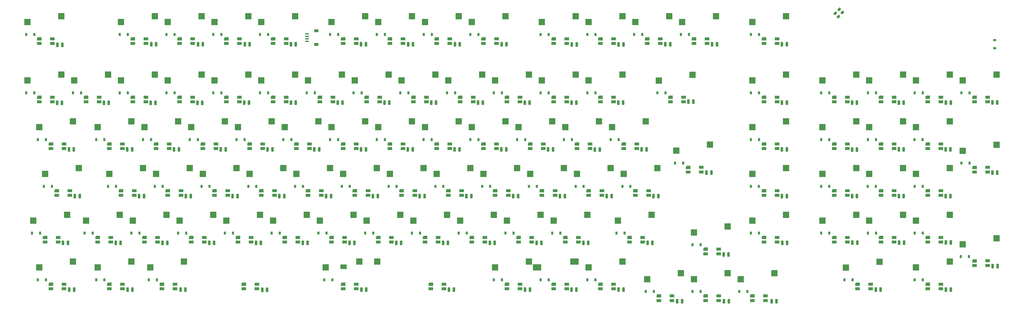
<source format=gbr>
%TF.GenerationSoftware,KiCad,Pcbnew,(6.0.4)*%
%TF.CreationDate,2022-11-05T13:57:26+01:00*%
%TF.ProjectId,pcb-rounded,7063622d-726f-4756-9e64-65642e6b6963,rev?*%
%TF.SameCoordinates,Original*%
%TF.FileFunction,Paste,Bot*%
%TF.FilePolarity,Positive*%
%FSLAX46Y46*%
G04 Gerber Fmt 4.6, Leading zero omitted, Abs format (unit mm)*
G04 Created by KiCad (PCBNEW (6.0.4)) date 2022-11-05 13:57:26*
%MOMM*%
%LPD*%
G01*
G04 APERTURE LIST*
G04 Aperture macros list*
%AMRoundRect*
0 Rectangle with rounded corners*
0 $1 Rounding radius*
0 $2 $3 $4 $5 $6 $7 $8 $9 X,Y pos of 4 corners*
0 Add a 4 corners polygon primitive as box body*
4,1,4,$2,$3,$4,$5,$6,$7,$8,$9,$2,$3,0*
0 Add four circle primitives for the rounded corners*
1,1,$1+$1,$2,$3*
1,1,$1+$1,$4,$5*
1,1,$1+$1,$6,$7*
1,1,$1+$1,$8,$9*
0 Add four rect primitives between the rounded corners*
20,1,$1+$1,$2,$3,$4,$5,0*
20,1,$1+$1,$4,$5,$6,$7,0*
20,1,$1+$1,$6,$7,$8,$9,0*
20,1,$1+$1,$8,$9,$2,$3,0*%
%AMOutline5P*
0 Free polygon, 5 corners , with rotation*
0 The origin of the aperture is its center*
0 number of corners: always 5*
0 $1 to $10 corner X, Y*
0 $11 Rotation angle, in degrees counterclockwise*
0 create outline with 5 corners*
4,1,5,$1,$2,$3,$4,$5,$6,$7,$8,$9,$10,$1,$2,$11*%
%AMOutline6P*
0 Free polygon, 6 corners , with rotation*
0 The origin of the aperture is its center*
0 number of corners: always 6*
0 $1 to $12 corner X, Y*
0 $13 Rotation angle, in degrees counterclockwise*
0 create outline with 6 corners*
4,1,6,$1,$2,$3,$4,$5,$6,$7,$8,$9,$10,$11,$12,$1,$2,$13*%
%AMOutline7P*
0 Free polygon, 7 corners , with rotation*
0 The origin of the aperture is its center*
0 number of corners: always 7*
0 $1 to $14 corner X, Y*
0 $15 Rotation angle, in degrees counterclockwise*
0 create outline with 7 corners*
4,1,7,$1,$2,$3,$4,$5,$6,$7,$8,$9,$10,$11,$12,$13,$14,$1,$2,$15*%
%AMOutline8P*
0 Free polygon, 8 corners , with rotation*
0 The origin of the aperture is its center*
0 number of corners: always 8*
0 $1 to $16 corner X, Y*
0 $17 Rotation angle, in degrees counterclockwise*
0 create outline with 8 corners*
4,1,8,$1,$2,$3,$4,$5,$6,$7,$8,$9,$10,$11,$12,$13,$14,$15,$16,$1,$2,$17*%
G04 Aperture macros list end*
%ADD10R,1.850000X1.280000*%
%ADD11R,1.850000X1.310000*%
%ADD12Outline5P,-0.925000X0.660000X0.925000X0.660000X0.925000X-0.264000X0.529000X-0.660000X-0.925000X-0.660000X180.000000*%
%ADD13R,1.850000X1.300000*%
%ADD14R,2.550000X2.500000*%
%ADD15R,2.570500X1.878000*%
%ADD16R,3.500998X2.500000*%
%ADD17R,3.349250X2.500000*%
%ADD18R,0.900000X1.200000*%
%ADD19RoundRect,0.250000X-0.250000X-0.700000X0.250000X-0.700000X0.250000X0.700000X-0.250000X0.700000X0*%
%ADD20RoundRect,0.250000X0.503814X0.132583X0.132583X0.503814X-0.503814X-0.132583X-0.132583X-0.503814X0*%
%ADD21R,1.800000X1.200000*%
%ADD22R,1.550000X0.600000*%
%ADD23R,1.200000X0.900000*%
G04 APERTURE END LIST*
D10*
%TO.C,D150*%
X465431250Y-223547500D03*
D11*
X465431250Y-221642500D03*
D12*
X460081250Y-221647500D03*
D13*
X460081250Y-223537500D03*
%TD*%
D10*
%TO.C,D190*%
X132056250Y-280697500D03*
D11*
X132056250Y-278792500D03*
D12*
X126706250Y-278797500D03*
D13*
X126706250Y-280687500D03*
%TD*%
D10*
%TO.C,D180*%
X298743750Y-261647500D03*
D11*
X298743750Y-259742500D03*
D12*
X293393750Y-259747500D03*
D13*
X293393750Y-261637500D03*
%TD*%
D10*
%TO.C,D115*%
X103481250Y-204497500D03*
D11*
X103481250Y-202592500D03*
D12*
X98131250Y-202597500D03*
D13*
X98131250Y-204487500D03*
%TD*%
D10*
%TO.C,D119*%
X179681250Y-204497500D03*
D11*
X179681250Y-202592500D03*
D12*
X174331250Y-202597500D03*
D13*
X174331250Y-204487500D03*
%TD*%
D14*
%TO.C,MX13*%
X373796250Y-169545000D03*
X360066250Y-171965000D03*
%TD*%
D10*
%TO.C,D135*%
X132056250Y-223547500D03*
D11*
X132056250Y-221642500D03*
D12*
X126706250Y-221647500D03*
D13*
X126706250Y-223537500D03*
%TD*%
D10*
%TO.C,D162*%
X327318750Y-242597500D03*
D11*
X327318750Y-240692500D03*
D12*
X321968750Y-240697500D03*
D13*
X321968750Y-242587500D03*
%TD*%
D14*
%TO.C,MX11*%
X335696250Y-169545000D03*
X321966250Y-171965000D03*
%TD*%
%TO.C,MX43*%
X288071250Y-212407500D03*
X274341250Y-214827500D03*
%TD*%
D10*
%TO.C,D136*%
X151106250Y-223547500D03*
D11*
X151106250Y-221642500D03*
D12*
X145756250Y-221647500D03*
D13*
X145756250Y-223537500D03*
%TD*%
D10*
%TO.C,D144*%
X303506250Y-223547500D03*
D11*
X303506250Y-221642500D03*
D12*
X298156250Y-221647500D03*
D13*
X298156250Y-223537500D03*
%TD*%
D10*
%TO.C,D158*%
X251118750Y-242597500D03*
D11*
X251118750Y-240692500D03*
D12*
X245768750Y-240697500D03*
D13*
X245768750Y-242587500D03*
%TD*%
D14*
%TO.C,MX31*%
X449996250Y-193357500D03*
X436266250Y-195777500D03*
%TD*%
D10*
%TO.C,D197*%
X374943750Y-285460000D03*
D11*
X374943750Y-283555000D03*
D12*
X369593750Y-283560000D03*
D13*
X369593750Y-285450000D03*
%TD*%
D14*
%TO.C,MX20*%
X202346250Y-193357500D03*
X188616250Y-195777500D03*
%TD*%
%TO.C,MX54*%
X178533750Y-231457500D03*
X164803750Y-233877500D03*
%TD*%
D10*
%TO.C,D134*%
X108243750Y-223547500D03*
D11*
X108243750Y-221642500D03*
D12*
X102893750Y-221647500D03*
D13*
X102893750Y-223537500D03*
%TD*%
D14*
%TO.C,MX12*%
X354746250Y-169545000D03*
X341016250Y-171965000D03*
%TD*%
%TO.C,MX51*%
X114240000Y-231457500D03*
X100510000Y-233877500D03*
%TD*%
D10*
%TO.C,D138*%
X189206250Y-223547500D03*
D11*
X189206250Y-221642500D03*
D12*
X183856250Y-221647500D03*
D13*
X183856250Y-223537500D03*
%TD*%
D10*
%TO.C,D166*%
X427331250Y-242597500D03*
D11*
X427331250Y-240692500D03*
D12*
X421981250Y-240697500D03*
D13*
X421981250Y-242587500D03*
%TD*%
D14*
%TO.C,MX77*%
X245208750Y-250507500D03*
X231478750Y-252927500D03*
%TD*%
D10*
%TO.C,D185*%
X427331250Y-261647500D03*
D11*
X427331250Y-259742500D03*
D12*
X421981250Y-259747500D03*
D13*
X421981250Y-261637500D03*
%TD*%
D10*
%TO.C,D107*%
X246356250Y-180685000D03*
D11*
X246356250Y-178780000D03*
D12*
X241006250Y-178785000D03*
D13*
X241006250Y-180675000D03*
%TD*%
D10*
%TO.C,D175*%
X203493750Y-261647500D03*
D11*
X203493750Y-259742500D03*
D12*
X198143750Y-259747500D03*
D13*
X198143750Y-261637500D03*
%TD*%
D10*
%TO.C,D170*%
X105862500Y-261647500D03*
D11*
X105862500Y-259742500D03*
D12*
X100512500Y-259747500D03*
D13*
X100512500Y-261637500D03*
%TD*%
D10*
%TO.C,D202*%
X186825000Y-280697500D03*
D11*
X186825000Y-278792500D03*
D12*
X181475000Y-278797500D03*
D13*
X181475000Y-280687500D03*
%TD*%
D10*
%TO.C,D146*%
X341606250Y-223547500D03*
D11*
X341606250Y-221642500D03*
D12*
X336256250Y-221647500D03*
D13*
X336256250Y-223537500D03*
%TD*%
D14*
%TO.C,MX79*%
X283308750Y-250507500D03*
X269578750Y-252927500D03*
%TD*%
D10*
%TO.C,D140*%
X227306250Y-223547500D03*
D11*
X227306250Y-221642500D03*
D12*
X221956250Y-221647500D03*
D13*
X221956250Y-223537500D03*
%TD*%
D14*
%TO.C,MX49*%
X449996250Y-212407500D03*
X436266250Y-214827500D03*
%TD*%
%TO.C,MX45*%
X326171250Y-212407500D03*
X312441250Y-214827500D03*
%TD*%
D10*
%TO.C,D188*%
X484481250Y-271172500D03*
D11*
X484481250Y-269267500D03*
D12*
X479131250Y-269272500D03*
D13*
X479131250Y-271162500D03*
%TD*%
D10*
%TO.C,D137*%
X170156250Y-223547500D03*
D11*
X170156250Y-221642500D03*
D12*
X164806250Y-221647500D03*
D13*
X164806250Y-223537500D03*
%TD*%
D14*
%TO.C,MX42*%
X269021250Y-212407500D03*
X255291250Y-214827500D03*
%TD*%
D10*
%TO.C,D193*%
X293981250Y-280697500D03*
D11*
X293981250Y-278792500D03*
D12*
X288631250Y-278797500D03*
D13*
X288631250Y-280687500D03*
%TD*%
D14*
%TO.C,MX10*%
X316646250Y-169545000D03*
X302916250Y-171965000D03*
%TD*%
%TO.C,MX92*%
X235827500Y-269557500D03*
X228540000Y-269557500D03*
D15*
X222107750Y-271666500D03*
D14*
X214810000Y-271977500D03*
%TD*%
D10*
%TO.C,D163*%
X346368750Y-242597500D03*
D11*
X346368750Y-240692500D03*
D12*
X341018750Y-240697500D03*
D13*
X341018750Y-242587500D03*
%TD*%
D10*
%TO.C,D139*%
X208256250Y-223547500D03*
D11*
X208256250Y-221642500D03*
D12*
X202906250Y-221647500D03*
D13*
X202906250Y-223537500D03*
%TD*%
D14*
%TO.C,MX9*%
X288071250Y-169545000D03*
X274341250Y-171965000D03*
%TD*%
%TO.C,MX18*%
X164246250Y-193357500D03*
X150516250Y-195777500D03*
%TD*%
D10*
%TO.C,D141*%
X246356250Y-223547500D03*
D11*
X246356250Y-221642500D03*
D12*
X241006250Y-221647500D03*
D13*
X241006250Y-223537500D03*
%TD*%
D10*
%TO.C,D148*%
X427331250Y-223547500D03*
D11*
X427331250Y-221642500D03*
D12*
X421981250Y-221647500D03*
D13*
X421981250Y-223537500D03*
%TD*%
D14*
%TO.C,MX15*%
X107096250Y-193357500D03*
X93366250Y-195777500D03*
%TD*%
%TO.C,MX5*%
X202346250Y-169545000D03*
X188616250Y-171965000D03*
%TD*%
%TO.C,MX21*%
X221396250Y-193357500D03*
X207666250Y-195777500D03*
%TD*%
D10*
%TO.C,D113*%
X370181250Y-180685000D03*
D11*
X370181250Y-178780000D03*
D12*
X364831250Y-178785000D03*
D13*
X364831250Y-180675000D03*
%TD*%
D10*
%TO.C,D109*%
X284456250Y-180685000D03*
D11*
X284456250Y-178780000D03*
D12*
X279106250Y-178785000D03*
D13*
X279106250Y-180675000D03*
%TD*%
D14*
%TO.C,MX84*%
X402371250Y-250507500D03*
X388641250Y-252927500D03*
%TD*%
%TO.C,MX44*%
X307121250Y-212407500D03*
X293391250Y-214827500D03*
%TD*%
D10*
%TO.C,D127*%
X332081250Y-204497500D03*
D11*
X332081250Y-202592500D03*
D12*
X326731250Y-202597500D03*
D13*
X326731250Y-204487500D03*
%TD*%
D10*
%TO.C,D167*%
X446381250Y-242597500D03*
D11*
X446381250Y-240692500D03*
D12*
X441031250Y-240697500D03*
D13*
X441031250Y-242587500D03*
%TD*%
D14*
%TO.C,MX47*%
X402371250Y-212407500D03*
X388641250Y-214827500D03*
%TD*%
%TO.C,MX32*%
X469046250Y-193357500D03*
X455316250Y-195777500D03*
%TD*%
%TO.C,MX91*%
X157102500Y-269557500D03*
X143372500Y-271977500D03*
%TD*%
%TO.C,MX36*%
X154721250Y-212407500D03*
X140991250Y-214827500D03*
%TD*%
D10*
%TO.C,D183*%
X374943750Y-266410000D03*
D11*
X374943750Y-264505000D03*
D12*
X369593750Y-264510000D03*
D13*
X369593750Y-266400000D03*
%TD*%
D10*
%TO.C,D130*%
X427331250Y-204497500D03*
D11*
X427331250Y-202592500D03*
D12*
X421981250Y-202597500D03*
D13*
X421981250Y-204487500D03*
%TD*%
D14*
%TO.C,MX71*%
X130908750Y-250507500D03*
X117178750Y-252927500D03*
%TD*%
D10*
%TO.C,D116*%
X122531250Y-204497500D03*
D11*
X122531250Y-202592500D03*
D12*
X117181250Y-202597500D03*
D13*
X117181250Y-204487500D03*
%TD*%
D10*
%TO.C,D168*%
X465431250Y-242597500D03*
D11*
X465431250Y-240692500D03*
D12*
X460081250Y-240697500D03*
D13*
X460081250Y-242587500D03*
%TD*%
D10*
%TO.C,D176*%
X222543750Y-261647500D03*
D11*
X222543750Y-259742500D03*
D12*
X217193750Y-259747500D03*
D13*
X217193750Y-261637500D03*
%TD*%
D10*
%TO.C,D110*%
X313031250Y-180685000D03*
D11*
X313031250Y-178780000D03*
D12*
X307681250Y-178785000D03*
D13*
X307681250Y-180675000D03*
%TD*%
D14*
%TO.C,MX80*%
X302358750Y-250507500D03*
X288628750Y-252927500D03*
%TD*%
D10*
%TO.C,D128*%
X360656250Y-204497500D03*
D11*
X360656250Y-202592500D03*
D12*
X355306250Y-202597500D03*
D13*
X355306250Y-204487500D03*
%TD*%
D10*
%TO.C,D118*%
X160631250Y-204497500D03*
D11*
X160631250Y-202592500D03*
D12*
X155281250Y-202597500D03*
D13*
X155281250Y-204487500D03*
%TD*%
D14*
%TO.C,MX89*%
X111858750Y-269557500D03*
X98128750Y-271977500D03*
%TD*%
%TO.C,MX66*%
X430946250Y-231457500D03*
X417216250Y-233877500D03*
%TD*%
D10*
%TO.C,D186*%
X446381250Y-261647500D03*
D11*
X446381250Y-259742500D03*
D12*
X441031250Y-259747500D03*
D13*
X441031250Y-261637500D03*
%TD*%
D14*
%TO.C,MX3*%
X164246250Y-169545000D03*
X150516250Y-171965000D03*
%TD*%
D10*
%TO.C,D171*%
X127293750Y-261647500D03*
D11*
X127293750Y-259742500D03*
D12*
X121943750Y-259747500D03*
D13*
X121943750Y-261637500D03*
%TD*%
D14*
%TO.C,MX61*%
X311883750Y-231457500D03*
X298153750Y-233877500D03*
%TD*%
%TO.C,MX100*%
X469046250Y-269557500D03*
X455316250Y-271977500D03*
%TD*%
D10*
%TO.C,D105*%
X198731250Y-180685000D03*
D11*
X198731250Y-178780000D03*
D12*
X193381250Y-178785000D03*
D13*
X193381250Y-180675000D03*
%TD*%
D14*
%TO.C,MX86*%
X449996250Y-250507500D03*
X436266250Y-252927500D03*
%TD*%
%TO.C,MX39*%
X211871250Y-212407500D03*
X198141250Y-214827500D03*
%TD*%
D10*
%TO.C,D192*%
X227306250Y-280697500D03*
D11*
X227306250Y-278792500D03*
D12*
X221956250Y-278797500D03*
D13*
X221956250Y-280687500D03*
%TD*%
D14*
%TO.C,MX87*%
X469046250Y-250507500D03*
X455316250Y-252927500D03*
%TD*%
%TO.C,MX83*%
X378558750Y-255270000D03*
X364828750Y-257690000D03*
%TD*%
%TO.C,MX78*%
X264258750Y-250507500D03*
X250528750Y-252927500D03*
%TD*%
D10*
%TO.C,D120*%
X198731250Y-204497500D03*
D11*
X198731250Y-202592500D03*
D12*
X193381250Y-202597500D03*
D13*
X193381250Y-204487500D03*
%TD*%
D10*
%TO.C,D122*%
X236831250Y-204497500D03*
D11*
X236831250Y-202592500D03*
D12*
X231481250Y-202597500D03*
D13*
X231481250Y-204487500D03*
%TD*%
D14*
%TO.C,MX40*%
X230921250Y-212407500D03*
X217191250Y-214827500D03*
%TD*%
D10*
%TO.C,D129*%
X398756250Y-204497500D03*
D11*
X398756250Y-202592500D03*
D12*
X393406250Y-202597500D03*
D13*
X393406250Y-204487500D03*
%TD*%
D10*
%TO.C,D155*%
X193968750Y-242597500D03*
D11*
X193968750Y-240692500D03*
D12*
X188618750Y-240697500D03*
D13*
X188618750Y-242587500D03*
%TD*%
D14*
%TO.C,MX81*%
X321408750Y-250507500D03*
X307678750Y-252927500D03*
%TD*%
D10*
%TO.C,D103*%
X160631250Y-180685000D03*
D11*
X160631250Y-178780000D03*
D12*
X155281250Y-178785000D03*
D13*
X155281250Y-180675000D03*
%TD*%
D14*
%TO.C,MX25*%
X297596250Y-193357500D03*
X283866250Y-195777500D03*
%TD*%
D10*
%TO.C,D106*%
X227306250Y-180685000D03*
D11*
X227306250Y-178780000D03*
D12*
X221956250Y-178785000D03*
D13*
X221956250Y-180675000D03*
%TD*%
D14*
%TO.C,MX52*%
X140433750Y-231457500D03*
X126703750Y-233877500D03*
%TD*%
D10*
%TO.C,D181*%
X317793750Y-261647500D03*
D11*
X317793750Y-259742500D03*
D12*
X312443750Y-259747500D03*
D13*
X312443750Y-261637500D03*
%TD*%
D10*
%TO.C,D184*%
X398756250Y-261647500D03*
D11*
X398756250Y-259742500D03*
D12*
X393406250Y-259747500D03*
D13*
X393406250Y-261637500D03*
%TD*%
D10*
%TO.C,D114*%
X398756250Y-180685000D03*
D11*
X398756250Y-178780000D03*
D12*
X393406250Y-178785000D03*
D13*
X393406250Y-180675000D03*
%TD*%
D14*
%TO.C,MX28*%
X364271250Y-193423639D03*
X350541250Y-195843639D03*
%TD*%
%TO.C,MX97*%
X378558750Y-274320000D03*
X364828750Y-276740000D03*
%TD*%
%TO.C,MX63*%
X349983750Y-231457500D03*
X336253750Y-233877500D03*
%TD*%
D10*
%TO.C,D156*%
X213018750Y-242597500D03*
D11*
X213018750Y-240692500D03*
D12*
X207668750Y-240697500D03*
D13*
X207668750Y-242587500D03*
%TD*%
D14*
%TO.C,MX16*%
X126146250Y-193357500D03*
X112416250Y-195777500D03*
%TD*%
D10*
%TO.C,D159*%
X270168750Y-242597500D03*
D11*
X270168750Y-240692500D03*
D12*
X264818750Y-240697500D03*
D13*
X264818750Y-242587500D03*
%TD*%
D14*
%TO.C,MX76*%
X226158750Y-250507500D03*
X212428750Y-252927500D03*
%TD*%
%TO.C,MX14*%
X402371250Y-169545000D03*
X388641250Y-171965000D03*
%TD*%
%TO.C,MX65*%
X402371250Y-231457500D03*
X388641250Y-233877500D03*
%TD*%
%TO.C,MX75*%
X207108750Y-250507500D03*
X193378750Y-252927500D03*
%TD*%
D10*
%TO.C,D172*%
X146343750Y-261647500D03*
D11*
X146343750Y-259742500D03*
D12*
X140993750Y-259747500D03*
D13*
X140993750Y-261637500D03*
%TD*%
D10*
%TO.C,D117*%
X141581250Y-204497500D03*
D11*
X141581250Y-202592500D03*
D12*
X136231250Y-202597500D03*
D13*
X136231250Y-204487500D03*
%TD*%
D10*
%TO.C,D173*%
X165393750Y-261647500D03*
D11*
X165393750Y-259742500D03*
D12*
X160043750Y-259747500D03*
D13*
X160043750Y-261637500D03*
%TD*%
D10*
%TO.C,D178*%
X260643750Y-261647500D03*
D11*
X260643750Y-259742500D03*
D12*
X255293750Y-259747500D03*
D13*
X255293750Y-261637500D03*
%TD*%
D14*
%TO.C,MX50*%
X469046250Y-212407500D03*
X455316250Y-214827500D03*
%TD*%
%TO.C,MX70*%
X109477500Y-250507500D03*
X95747500Y-252927500D03*
%TD*%
D10*
%TO.C,D199*%
X436856250Y-280697500D03*
D11*
X436856250Y-278792500D03*
D12*
X431506250Y-278797500D03*
D13*
X431506250Y-280687500D03*
%TD*%
D10*
%TO.C,D143*%
X284456250Y-223547500D03*
D11*
X284456250Y-221642500D03*
D12*
X279106250Y-221647500D03*
D13*
X279106250Y-223537500D03*
%TD*%
D10*
%TO.C,D182*%
X343987500Y-261647500D03*
D11*
X343987500Y-259742500D03*
D12*
X338637500Y-259747500D03*
D13*
X338637500Y-261637500D03*
%TD*%
D14*
%TO.C,MX33*%
X488096250Y-193357500D03*
X474366250Y-195777500D03*
%TD*%
D10*
%TO.C,D157*%
X232068750Y-242597500D03*
D11*
X232068750Y-240692500D03*
D12*
X226718750Y-240697500D03*
D13*
X226718750Y-242587500D03*
%TD*%
D14*
%TO.C,MX72*%
X149958750Y-250507500D03*
X136228750Y-252927500D03*
%TD*%
D16*
%TO.C,MX94*%
X316170749Y-269557500D03*
D17*
X300934625Y-271977500D03*
%TD*%
D14*
%TO.C,MX74*%
X188058750Y-250507500D03*
X174328750Y-252927500D03*
%TD*%
D10*
%TO.C,D196*%
X355893750Y-285460000D03*
D11*
X355893750Y-283555000D03*
D12*
X350543750Y-283560000D03*
D13*
X350543750Y-285450000D03*
%TD*%
D10*
%TO.C,D102*%
X141581250Y-180685000D03*
D11*
X141581250Y-178780000D03*
D12*
X136231250Y-178785000D03*
D13*
X136231250Y-180675000D03*
%TD*%
D10*
%TO.C,D203*%
X263025000Y-280697500D03*
D11*
X263025000Y-278792500D03*
D12*
X257675000Y-278797500D03*
D13*
X257675000Y-280687500D03*
%TD*%
D10*
%TO.C,D177*%
X241593750Y-261647500D03*
D11*
X241593750Y-259742500D03*
D12*
X236243750Y-259747500D03*
D13*
X236243750Y-261637500D03*
%TD*%
D14*
%TO.C,MX6*%
X230921250Y-169545000D03*
X217191250Y-171965000D03*
%TD*%
D10*
%TO.C,D145*%
X322556250Y-223547500D03*
D11*
X322556250Y-221642500D03*
D12*
X317206250Y-221647500D03*
D13*
X317206250Y-223537500D03*
%TD*%
D10*
%TO.C,D112*%
X351131250Y-180685000D03*
D11*
X351131250Y-178780000D03*
D12*
X345781250Y-178785000D03*
D13*
X345781250Y-180675000D03*
%TD*%
D14*
%TO.C,MX19*%
X183296250Y-193357500D03*
X169566250Y-195777500D03*
%TD*%
D10*
%TO.C,D142*%
X265406250Y-223547500D03*
D11*
X265406250Y-221642500D03*
D12*
X260056250Y-221647500D03*
D13*
X260056250Y-223537500D03*
%TD*%
D10*
%TO.C,D161*%
X308268750Y-242597500D03*
D11*
X308268750Y-240692500D03*
D12*
X302918750Y-240697500D03*
D13*
X302918750Y-242587500D03*
%TD*%
D14*
%TO.C,MX90*%
X135671250Y-269557500D03*
X121941250Y-271977500D03*
%TD*%
D10*
%TO.C,D149*%
X446381250Y-223547500D03*
D11*
X446381250Y-221642500D03*
D12*
X441031250Y-221647500D03*
D13*
X441031250Y-223537500D03*
%TD*%
D14*
%TO.C,MX69*%
X488096250Y-221998639D03*
X474366250Y-224418639D03*
%TD*%
%TO.C,MX30*%
X430946250Y-193357500D03*
X417216250Y-195777500D03*
%TD*%
%TO.C,MX85*%
X430946250Y-250507500D03*
X417216250Y-252927500D03*
%TD*%
D10*
%TO.C,D126*%
X313031250Y-204497500D03*
D11*
X313031250Y-202592500D03*
D12*
X307681250Y-202597500D03*
D13*
X307681250Y-204487500D03*
%TD*%
D14*
%TO.C,MX73*%
X169008750Y-250507500D03*
X155278750Y-252927500D03*
%TD*%
D10*
%TO.C,D195*%
X332081250Y-280697500D03*
D11*
X332081250Y-278792500D03*
D12*
X326731250Y-278797500D03*
D13*
X326731250Y-280687500D03*
%TD*%
D10*
%TO.C,D123*%
X255881250Y-204497500D03*
D11*
X255881250Y-202592500D03*
D12*
X250531250Y-202597500D03*
D13*
X250531250Y-204487500D03*
%TD*%
D14*
%TO.C,MX57*%
X235683750Y-231457500D03*
X221953750Y-233877500D03*
%TD*%
D10*
%TO.C,D179*%
X279693750Y-261647500D03*
D11*
X279693750Y-259742500D03*
D12*
X274343750Y-259747500D03*
D13*
X274343750Y-261637500D03*
%TD*%
D14*
%TO.C,MX48*%
X430946250Y-212407500D03*
X417216250Y-214827500D03*
%TD*%
D10*
%TO.C,D174*%
X184443750Y-261647500D03*
D11*
X184443750Y-259742500D03*
D12*
X179093750Y-259747500D03*
D13*
X179093750Y-261637500D03*
%TD*%
D10*
%TO.C,D147*%
X398756250Y-223547500D03*
D11*
X398756250Y-221642500D03*
D12*
X393406250Y-221647500D03*
D13*
X393406250Y-223537500D03*
%TD*%
D14*
%TO.C,MX95*%
X335696250Y-269557500D03*
X321966250Y-271977500D03*
%TD*%
%TO.C,MX98*%
X397608750Y-274320000D03*
X383878750Y-276740000D03*
%TD*%
D10*
%TO.C,D198*%
X393993750Y-285460000D03*
D11*
X393993750Y-283555000D03*
D12*
X388643750Y-283560000D03*
D13*
X388643750Y-285450000D03*
%TD*%
D10*
%TO.C,D133*%
X484481250Y-204497500D03*
D11*
X484481250Y-202592500D03*
D12*
X479131250Y-202597500D03*
D13*
X479131250Y-204487500D03*
%TD*%
D14*
%TO.C,MX55*%
X197583750Y-231457500D03*
X183853750Y-233877500D03*
%TD*%
%TO.C,MX60*%
X292833750Y-231457500D03*
X279103750Y-233877500D03*
%TD*%
D10*
%TO.C,D121*%
X217781250Y-204497500D03*
D11*
X217781250Y-202592500D03*
D12*
X212431250Y-202597500D03*
D13*
X212431250Y-204487500D03*
%TD*%
D14*
%TO.C,MX99*%
X440471250Y-269623639D03*
X426741250Y-272043639D03*
%TD*%
%TO.C,MX7*%
X249971250Y-169545000D03*
X236241250Y-171965000D03*
%TD*%
D10*
%TO.C,D187*%
X465431250Y-261647500D03*
D11*
X465431250Y-259742500D03*
D12*
X460081250Y-259747500D03*
D13*
X460081250Y-261637500D03*
%TD*%
D10*
%TO.C,D125*%
X293981250Y-204497500D03*
D11*
X293981250Y-202592500D03*
D12*
X288631250Y-202597500D03*
D13*
X288631250Y-204487500D03*
%TD*%
D14*
%TO.C,MX37*%
X173771250Y-212407500D03*
X160041250Y-214827500D03*
%TD*%
%TO.C,MX96*%
X359508750Y-274320000D03*
X345778750Y-276740000D03*
%TD*%
%TO.C,MX4*%
X183296250Y-169545000D03*
X169566250Y-171965000D03*
%TD*%
D10*
%TO.C,D154*%
X174918750Y-242597500D03*
D11*
X174918750Y-240692500D03*
D12*
X169568750Y-240697500D03*
D13*
X169568750Y-242587500D03*
%TD*%
D14*
%TO.C,MX56*%
X216633750Y-231457500D03*
X202903750Y-233877500D03*
%TD*%
D10*
%TO.C,D104*%
X179681250Y-180685000D03*
D11*
X179681250Y-178780000D03*
D12*
X174331250Y-178785000D03*
D13*
X174331250Y-180675000D03*
%TD*%
D10*
%TO.C,D153*%
X155868750Y-242597500D03*
D11*
X155868750Y-240692500D03*
D12*
X150518750Y-240697500D03*
D13*
X150518750Y-242587500D03*
%TD*%
D10*
%TO.C,D124*%
X274931250Y-204497500D03*
D11*
X274931250Y-202592500D03*
D12*
X269581250Y-202597500D03*
D13*
X269581250Y-204487500D03*
%TD*%
D10*
%TO.C,D200*%
X465431250Y-280697500D03*
D11*
X465431250Y-278792500D03*
D12*
X460081250Y-278797500D03*
D13*
X460081250Y-280687500D03*
%TD*%
D14*
%TO.C,MX46*%
X345221250Y-212407500D03*
X331491250Y-214827500D03*
%TD*%
%TO.C,MX22*%
X240446250Y-193357500D03*
X226716250Y-195777500D03*
%TD*%
D10*
%TO.C,D194*%
X313031250Y-280697500D03*
D11*
X313031250Y-278792500D03*
D12*
X307681250Y-278797500D03*
D13*
X307681250Y-280687500D03*
%TD*%
D14*
%TO.C,MX38*%
X192821250Y-212407500D03*
X179091250Y-214827500D03*
%TD*%
%TO.C,MX23*%
X259496250Y-193357500D03*
X245766250Y-195777500D03*
%TD*%
%TO.C,MX27*%
X335696250Y-193357500D03*
X321966250Y-195777500D03*
%TD*%
%TO.C,MX1*%
X107096250Y-169545000D03*
X93366250Y-171965000D03*
%TD*%
D10*
%TO.C,D111*%
X332081250Y-180685000D03*
D11*
X332081250Y-178780000D03*
D12*
X326731250Y-178785000D03*
D13*
X326731250Y-180675000D03*
%TD*%
D14*
%TO.C,MX93*%
X297596250Y-269557500D03*
X283866250Y-271977500D03*
%TD*%
%TO.C,MX67*%
X449996250Y-231457500D03*
X436266250Y-233877500D03*
%TD*%
%TO.C,MX8*%
X269021250Y-169545000D03*
X255291250Y-171965000D03*
%TD*%
%TO.C,MX88*%
X488096250Y-260098639D03*
X474366250Y-262518639D03*
%TD*%
D10*
%TO.C,D132*%
X465431250Y-204497500D03*
D11*
X465431250Y-202592500D03*
D12*
X460081250Y-202597500D03*
D13*
X460081250Y-204487500D03*
%TD*%
D14*
%TO.C,MX41*%
X249971250Y-212407500D03*
X236241250Y-214827500D03*
%TD*%
D10*
%TO.C,D189*%
X108243750Y-280697500D03*
D11*
X108243750Y-278792500D03*
D12*
X102893750Y-278797500D03*
D13*
X102893750Y-280687500D03*
%TD*%
D14*
%TO.C,MX17*%
X145196250Y-193357500D03*
X131466250Y-195777500D03*
%TD*%
%TO.C,MX26*%
X316646250Y-193357500D03*
X302916250Y-195777500D03*
%TD*%
D10*
%TO.C,D160*%
X289218750Y-242597500D03*
D11*
X289218750Y-240692500D03*
D12*
X283868750Y-240697500D03*
D13*
X283868750Y-242587500D03*
%TD*%
D10*
%TO.C,D131*%
X446381250Y-204497500D03*
D11*
X446381250Y-202592500D03*
D12*
X441031250Y-202597500D03*
D13*
X441031250Y-204487500D03*
%TD*%
D14*
%TO.C,MX82*%
X347602500Y-250507500D03*
X333872500Y-252927500D03*
%TD*%
D10*
%TO.C,D108*%
X265406250Y-180685000D03*
D11*
X265406250Y-178780000D03*
D12*
X260056250Y-178785000D03*
D13*
X260056250Y-180675000D03*
%TD*%
D14*
%TO.C,MX62*%
X330933750Y-231457500D03*
X317203750Y-233877500D03*
%TD*%
D10*
%TO.C,D152*%
X136818750Y-242597500D03*
D11*
X136818750Y-240692500D03*
D12*
X131468750Y-240697500D03*
D13*
X131468750Y-242587500D03*
%TD*%
D14*
%TO.C,MX34*%
X111858750Y-212407500D03*
X98128750Y-214827500D03*
%TD*%
%TO.C,MX68*%
X469046250Y-231457500D03*
X455316250Y-233877500D03*
%TD*%
D10*
%TO.C,D169*%
X484481250Y-233072500D03*
D11*
X484481250Y-231167500D03*
D12*
X479131250Y-231172500D03*
D13*
X479131250Y-233062500D03*
%TD*%
D10*
%TO.C,D191*%
X153487500Y-280697500D03*
D11*
X153487500Y-278792500D03*
D12*
X148137500Y-278797500D03*
D13*
X148137500Y-280687500D03*
%TD*%
D10*
%TO.C,D165*%
X398756250Y-242597500D03*
D11*
X398756250Y-240692500D03*
D12*
X393406250Y-240697500D03*
D13*
X393406250Y-242587500D03*
%TD*%
D14*
%TO.C,MX24*%
X278546250Y-193357500D03*
X264816250Y-195777500D03*
%TD*%
%TO.C,MX29*%
X402371250Y-193357500D03*
X388641250Y-195777500D03*
%TD*%
%TO.C,MX35*%
X135671250Y-212407500D03*
X121941250Y-214827500D03*
%TD*%
D10*
%TO.C,D164*%
X367800000Y-233072500D03*
D11*
X367800000Y-231167500D03*
D12*
X362450000Y-231172500D03*
D13*
X362450000Y-233062500D03*
%TD*%
D14*
%TO.C,MX64*%
X371415000Y-221932500D03*
X357685000Y-224352500D03*
%TD*%
D10*
%TO.C,D151*%
X110625000Y-242597500D03*
D11*
X110625000Y-240692500D03*
D12*
X105275000Y-240697500D03*
D13*
X105275000Y-242587500D03*
%TD*%
D14*
%TO.C,MX58*%
X254733750Y-231457500D03*
X241003750Y-233877500D03*
%TD*%
D10*
%TO.C,D101*%
X103481250Y-180685000D03*
D11*
X103481250Y-178780000D03*
D12*
X98131250Y-178785000D03*
D13*
X98131250Y-180675000D03*
%TD*%
D14*
%TO.C,MX53*%
X159483750Y-231457500D03*
X145753750Y-233877500D03*
%TD*%
%TO.C,MX2*%
X145196250Y-169545000D03*
X131466250Y-171965000D03*
%TD*%
%TO.C,MX59*%
X273783750Y-231457500D03*
X260053750Y-233877500D03*
%TD*%
D18*
%TO.C,D31*%
X439006250Y-200818750D03*
X435706250Y-200818750D03*
%TD*%
%TO.C,D13*%
X362806250Y-177006250D03*
X359506250Y-177006250D03*
%TD*%
D19*
%TO.C,C65*%
X234077000Y-242887500D03*
X236077000Y-242887500D03*
%TD*%
%TO.C,C48*%
X229251000Y-223837500D03*
X231251000Y-223837500D03*
%TD*%
%TO.C,C42*%
X110252000Y-223837500D03*
X112252000Y-223837500D03*
%TD*%
%TO.C,C84*%
X224552000Y-261937500D03*
X226552000Y-261937500D03*
%TD*%
D18*
%TO.C,D85*%
X419956250Y-257968750D03*
X416656250Y-257968750D03*
%TD*%
D19*
%TO.C,C14*%
X229251000Y-180975000D03*
X231251000Y-180975000D03*
%TD*%
D18*
%TO.C,D37*%
X162781250Y-219868750D03*
X159481250Y-219868750D03*
%TD*%
%TO.C,D25*%
X286606250Y-200818750D03*
X283306250Y-200818750D03*
%TD*%
D19*
%TO.C,C34*%
X314976000Y-204787500D03*
X316976000Y-204787500D03*
%TD*%
D18*
%TO.C,D71*%
X119918750Y-257968750D03*
X116618750Y-257968750D03*
%TD*%
%TO.C,D99*%
X429481250Y-277018750D03*
X426181250Y-277018750D03*
%TD*%
%TO.C,D63*%
X338993750Y-238918750D03*
X335693750Y-238918750D03*
%TD*%
D19*
%TO.C,C76*%
X467376000Y-242887500D03*
X469376000Y-242887500D03*
%TD*%
%TO.C,C90*%
X345964000Y-261937500D03*
X347964000Y-261937500D03*
%TD*%
%TO.C,C39*%
X448326000Y-204787500D03*
X450326000Y-204787500D03*
%TD*%
D18*
%TO.C,D61*%
X300893750Y-238918750D03*
X297593750Y-238918750D03*
%TD*%
%TO.C,D49*%
X439006250Y-219868750D03*
X435706250Y-219868750D03*
%TD*%
%TO.C,D1*%
X96106250Y-177006250D03*
X92806250Y-177006250D03*
%TD*%
D19*
%TO.C,C28*%
X200676000Y-204787500D03*
X202676000Y-204787500D03*
%TD*%
D18*
%TO.C,D56*%
X205643750Y-238918750D03*
X202343750Y-238918750D03*
%TD*%
D19*
%TO.C,C79*%
X129302000Y-261937500D03*
X131302000Y-261937500D03*
%TD*%
D18*
%TO.C,D94*%
X305656250Y-277018750D03*
X302356250Y-277018750D03*
%TD*%
D19*
%TO.C,C89*%
X319802000Y-261937500D03*
X321802000Y-261937500D03*
%TD*%
D20*
%TO.C,R5*%
X425345235Y-168045235D03*
X424054765Y-166754765D03*
%TD*%
D18*
%TO.C,D39*%
X200881250Y-219868750D03*
X197581250Y-219868750D03*
%TD*%
D19*
%TO.C,C108*%
X467503000Y-280987500D03*
X469503000Y-280987500D03*
%TD*%
%TO.C,C52*%
X305451000Y-223837500D03*
X307451000Y-223837500D03*
%TD*%
%TO.C,C107*%
X438928000Y-280987500D03*
X440928000Y-280987500D03*
%TD*%
%TO.C,C21*%
X372253000Y-180975000D03*
X374253000Y-180975000D03*
%TD*%
%TO.C,C68*%
X291227000Y-242887500D03*
X293227000Y-242887500D03*
%TD*%
%TO.C,C60*%
X138827000Y-242887500D03*
X140827000Y-242887500D03*
%TD*%
%TO.C,C74*%
X429276000Y-242887500D03*
X431276000Y-242887500D03*
%TD*%
D18*
%TO.C,D70*%
X98487500Y-257968750D03*
X95187500Y-257968750D03*
%TD*%
%TO.C,D91*%
X146112500Y-277018750D03*
X142812500Y-277018750D03*
%TD*%
D19*
%TO.C,C24*%
X124476000Y-204851000D03*
X126476000Y-204851000D03*
%TD*%
D18*
%TO.C,D46*%
X334231250Y-219868750D03*
X330931250Y-219868750D03*
%TD*%
%TO.C,D79*%
X272318750Y-257968750D03*
X269018750Y-257968750D03*
%TD*%
%TO.C,D22*%
X229456250Y-200818750D03*
X226156250Y-200818750D03*
%TD*%
%TO.C,D29*%
X391381250Y-200818750D03*
X388081250Y-200818750D03*
%TD*%
%TO.C,D51*%
X103312500Y-238918750D03*
X100012500Y-238918750D03*
%TD*%
%TO.C,D77*%
X234218750Y-257968750D03*
X230918750Y-257968750D03*
%TD*%
%TO.C,D17*%
X134206250Y-200818750D03*
X130906250Y-200818750D03*
%TD*%
%TO.C,D66*%
X419956250Y-238918750D03*
X416656250Y-238918750D03*
%TD*%
D19*
%TO.C,C92*%
X400828000Y-261937500D03*
X402828000Y-261937500D03*
%TD*%
%TO.C,C22*%
X400701000Y-180975000D03*
X402701000Y-180975000D03*
%TD*%
%TO.C,C30*%
X238776000Y-204787500D03*
X240776000Y-204787500D03*
%TD*%
%TO.C,C70*%
X329327000Y-242887500D03*
X331327000Y-242887500D03*
%TD*%
D18*
%TO.C,D72*%
X138968750Y-257968750D03*
X135668750Y-257968750D03*
%TD*%
D19*
%TO.C,C104*%
X358029000Y-285750000D03*
X360029000Y-285750000D03*
%TD*%
%TO.C,C72*%
X369967000Y-233362500D03*
X371967000Y-233362500D03*
%TD*%
D18*
%TO.C,D58*%
X243743750Y-238918750D03*
X240443750Y-238918750D03*
%TD*%
D19*
%TO.C,C1*%
X265065000Y-281000000D03*
X267065000Y-281000000D03*
%TD*%
D18*
%TO.C,D47*%
X391381250Y-219868750D03*
X388081250Y-219868750D03*
%TD*%
D19*
%TO.C,C96*%
X486553000Y-271462500D03*
X488553000Y-271462500D03*
%TD*%
%TO.C,C55*%
X400701000Y-223837500D03*
X402701000Y-223837500D03*
%TD*%
%TO.C,C67*%
X272177000Y-242887500D03*
X274177000Y-242887500D03*
%TD*%
D18*
%TO.C,D57*%
X224693750Y-238918750D03*
X221393750Y-238918750D03*
%TD*%
%TO.C,D75*%
X196118750Y-257968750D03*
X192818750Y-257968750D03*
%TD*%
%TO.C,D35*%
X124681250Y-219868750D03*
X121381250Y-219868750D03*
%TD*%
D19*
%TO.C,C16*%
X267478000Y-180975000D03*
X269478000Y-180975000D03*
%TD*%
D18*
%TO.C,D68*%
X458056250Y-238918750D03*
X454756250Y-238918750D03*
%TD*%
%TO.C,D80*%
X291368750Y-257968750D03*
X288068750Y-257968750D03*
%TD*%
D19*
%TO.C,C63*%
X195977000Y-242887500D03*
X197977000Y-242887500D03*
%TD*%
D18*
%TO.C,D11*%
X324706250Y-177006250D03*
X321406250Y-177006250D03*
%TD*%
D19*
%TO.C,C18*%
X315103000Y-181102000D03*
X317103000Y-181102000D03*
%TD*%
D18*
%TO.C,D97*%
X367568750Y-281781250D03*
X364268750Y-281781250D03*
%TD*%
D19*
%TO.C,C97*%
X110379000Y-280987500D03*
X112379000Y-280987500D03*
%TD*%
%TO.C,C69*%
X310277000Y-242887500D03*
X312277000Y-242887500D03*
%TD*%
D18*
%TO.C,D18*%
X153256250Y-200818750D03*
X149956250Y-200818750D03*
%TD*%
D19*
%TO.C,C15*%
X248428000Y-180975000D03*
X250428000Y-180975000D03*
%TD*%
D18*
%TO.C,D27*%
X324706250Y-200818750D03*
X321406250Y-200818750D03*
%TD*%
D19*
%TO.C,C58*%
X467376000Y-223837500D03*
X469376000Y-223837500D03*
%TD*%
D18*
%TO.C,D21*%
X210406250Y-200818750D03*
X207106250Y-200818750D03*
%TD*%
%TO.C,D42*%
X258031250Y-219868750D03*
X254731250Y-219868750D03*
%TD*%
%TO.C,D73*%
X158018750Y-257968750D03*
X154718750Y-257968750D03*
%TD*%
D19*
%TO.C,C17*%
X286528000Y-180975000D03*
X288528000Y-180975000D03*
%TD*%
D18*
%TO.C,D10*%
X305656250Y-177006250D03*
X302356250Y-177006250D03*
%TD*%
%TO.C,D5*%
X191356250Y-177006250D03*
X188056250Y-177006250D03*
%TD*%
D19*
%TO.C,C103*%
X334153000Y-280987500D03*
X336153000Y-280987500D03*
%TD*%
D18*
%TO.C,D100*%
X458056250Y-277018750D03*
X454756250Y-277018750D03*
%TD*%
D19*
%TO.C,C46*%
X191151000Y-223837500D03*
X193151000Y-223837500D03*
%TD*%
D18*
%TO.C,D83*%
X367568750Y-262731250D03*
X364268750Y-262731250D03*
%TD*%
%TO.C,D33*%
X477106250Y-200818750D03*
X473806250Y-200818750D03*
%TD*%
D21*
%TO.C,J2*%
X211050000Y-175500000D03*
X211050000Y-181100000D03*
D22*
X207175000Y-176800000D03*
X207175000Y-177800000D03*
X207175000Y-178800000D03*
X207175000Y-179800000D03*
%TD*%
D18*
%TO.C,D96*%
X348518750Y-281781250D03*
X345218750Y-281781250D03*
%TD*%
D19*
%TO.C,C73*%
X400701000Y-242887500D03*
X402701000Y-242887500D03*
%TD*%
%TO.C,C19*%
X334153000Y-181102000D03*
X336153000Y-181102000D03*
%TD*%
D18*
%TO.C,D60*%
X281843750Y-238918750D03*
X278543750Y-238918750D03*
%TD*%
%TO.C,D36*%
X143731250Y-219868750D03*
X140431250Y-219868750D03*
%TD*%
%TO.C,D9*%
X277081250Y-177006250D03*
X273781250Y-177006250D03*
%TD*%
D19*
%TO.C,C86*%
X262652000Y-261937500D03*
X264652000Y-261937500D03*
%TD*%
D18*
%TO.C,D6*%
X219931250Y-177006250D03*
X216631250Y-177006250D03*
%TD*%
D19*
%TO.C,C29*%
X219726000Y-204787500D03*
X221726000Y-204787500D03*
%TD*%
D20*
%TO.C,R4*%
X423713985Y-169713985D03*
X422423515Y-168423515D03*
%TD*%
D19*
%TO.C,C102*%
X314976000Y-280987500D03*
X316976000Y-280987500D03*
%TD*%
%TO.C,C54*%
X343551000Y-223837500D03*
X345551000Y-223837500D03*
%TD*%
D18*
%TO.C,D14*%
X391381250Y-177006250D03*
X388081250Y-177006250D03*
%TD*%
D19*
%TO.C,C106*%
X396510000Y-285750000D03*
X398510000Y-285750000D03*
%TD*%
%TO.C,C61*%
X157877000Y-242887500D03*
X159877000Y-242887500D03*
%TD*%
%TO.C,C36*%
X362601000Y-204343000D03*
X364601000Y-204343000D03*
%TD*%
D18*
%TO.C,D86*%
X439006250Y-257968750D03*
X435706250Y-257968750D03*
%TD*%
%TO.C,D16*%
X115156250Y-200818750D03*
X111856250Y-200818750D03*
%TD*%
D19*
%TO.C,C100*%
X229378000Y-280987500D03*
X231378000Y-280987500D03*
%TD*%
%TO.C,C71*%
X348377000Y-242887500D03*
X350377000Y-242887500D03*
%TD*%
%TO.C,C43*%
X134001000Y-223837500D03*
X136001000Y-223837500D03*
%TD*%
%TO.C,C77*%
X486426000Y-233362500D03*
X488426000Y-233362500D03*
%TD*%
D18*
%TO.C,D24*%
X267556250Y-200818750D03*
X264256250Y-200818750D03*
%TD*%
%TO.C,D87*%
X458056250Y-257968750D03*
X454756250Y-257968750D03*
%TD*%
D19*
%TO.C,C10*%
X143780000Y-180975000D03*
X145780000Y-180975000D03*
%TD*%
D18*
%TO.C,D93*%
X286606250Y-277018750D03*
X283306250Y-277018750D03*
%TD*%
D19*
%TO.C,C109*%
X188992000Y-281051000D03*
X190992000Y-281051000D03*
%TD*%
%TO.C,C59*%
X112665000Y-242887500D03*
X114665000Y-242887500D03*
%TD*%
D18*
%TO.C,D88*%
X473584000Y-267493750D03*
X476884000Y-267493750D03*
%TD*%
D19*
%TO.C,C56*%
X429276000Y-223901000D03*
X431276000Y-223901000D03*
%TD*%
D18*
%TO.C,D7*%
X238981250Y-177006250D03*
X235681250Y-177006250D03*
%TD*%
%TO.C,D64*%
X360425000Y-229393750D03*
X357125000Y-229393750D03*
%TD*%
D19*
%TO.C,C66*%
X253127000Y-242887500D03*
X255127000Y-242887500D03*
%TD*%
D18*
%TO.C,D90*%
X124681250Y-277018750D03*
X121381250Y-277018750D03*
%TD*%
%TO.C,D44*%
X296131250Y-219868750D03*
X292831250Y-219868750D03*
%TD*%
D19*
%TO.C,C57*%
X448326000Y-223837500D03*
X450326000Y-223837500D03*
%TD*%
%TO.C,C64*%
X215027000Y-242887500D03*
X217027000Y-242887500D03*
%TD*%
D18*
%TO.C,D28*%
X353281250Y-200818750D03*
X349981250Y-200818750D03*
%TD*%
%TO.C,D53*%
X148493750Y-238918750D03*
X145193750Y-238918750D03*
%TD*%
D19*
%TO.C,C49*%
X248301000Y-223837500D03*
X250301000Y-223837500D03*
%TD*%
%TO.C,C88*%
X300752000Y-261937500D03*
X302752000Y-261937500D03*
%TD*%
%TO.C,C62*%
X176927000Y-242887500D03*
X178927000Y-242887500D03*
%TD*%
D18*
%TO.C,D84*%
X391381250Y-257968750D03*
X388081250Y-257968750D03*
%TD*%
D19*
%TO.C,C11*%
X162830000Y-180975000D03*
X164830000Y-180975000D03*
%TD*%
D18*
%TO.C,D82*%
X336612500Y-257968750D03*
X333312500Y-257968750D03*
%TD*%
D19*
%TO.C,C20*%
X353203000Y-180975000D03*
X355203000Y-180975000D03*
%TD*%
%TO.C,C27*%
X181626000Y-204787500D03*
X183626000Y-204787500D03*
%TD*%
%TO.C,C33*%
X295926000Y-204787500D03*
X297926000Y-204787500D03*
%TD*%
%TO.C,C31*%
X257826000Y-204787500D03*
X259826000Y-204787500D03*
%TD*%
%TO.C,C23*%
X105426000Y-204851000D03*
X107426000Y-204851000D03*
%TD*%
%TO.C,C45*%
X172101000Y-223837500D03*
X174101000Y-223837500D03*
%TD*%
D18*
%TO.C,D15*%
X96106250Y-200818750D03*
X92806250Y-200818750D03*
%TD*%
D19*
%TO.C,C25*%
X143526000Y-204851000D03*
X145526000Y-204851000D03*
%TD*%
D18*
%TO.C,D48*%
X419956250Y-219868750D03*
X416656250Y-219868750D03*
%TD*%
D19*
%TO.C,C53*%
X324501000Y-223901000D03*
X326501000Y-223901000D03*
%TD*%
D18*
%TO.C,D41*%
X238981250Y-219868750D03*
X235681250Y-219868750D03*
%TD*%
%TO.C,D92*%
X217550000Y-277018750D03*
X214250000Y-277018750D03*
%TD*%
D19*
%TO.C,C87*%
X281702000Y-261937500D03*
X283702000Y-261937500D03*
%TD*%
D18*
%TO.C,D65*%
X391318750Y-238918750D03*
X388018750Y-238918750D03*
%TD*%
D19*
%TO.C,C82*%
X186452000Y-261937500D03*
X188452000Y-261937500D03*
%TD*%
%TO.C,C47*%
X210201000Y-223837500D03*
X212201000Y-223837500D03*
%TD*%
D18*
%TO.C,D55*%
X186593750Y-238918750D03*
X183293750Y-238918750D03*
%TD*%
D19*
%TO.C,C9*%
X105553000Y-181229000D03*
X107553000Y-181229000D03*
%TD*%
%TO.C,C35*%
X334026000Y-204787500D03*
X336026000Y-204787500D03*
%TD*%
D18*
%TO.C,D98*%
X386618750Y-281781250D03*
X383318750Y-281781250D03*
%TD*%
D19*
%TO.C,C12*%
X181880000Y-180975000D03*
X183880000Y-180975000D03*
%TD*%
D18*
%TO.C,D12*%
X343756250Y-177006250D03*
X340456250Y-177006250D03*
%TD*%
D19*
%TO.C,C40*%
X467503000Y-204787500D03*
X469503000Y-204787500D03*
%TD*%
%TO.C,C101*%
X296053000Y-280987500D03*
X298053000Y-280987500D03*
%TD*%
%TO.C,C38*%
X429276000Y-204787500D03*
X431276000Y-204787500D03*
%TD*%
D18*
%TO.C,D34*%
X100868750Y-219868750D03*
X97568750Y-219868750D03*
%TD*%
%TO.C,D69*%
X477106250Y-229393750D03*
X473806250Y-229393750D03*
%TD*%
D19*
%TO.C,C98*%
X134128000Y-280987500D03*
X136128000Y-280987500D03*
%TD*%
D18*
%TO.C,D67*%
X438943750Y-238918750D03*
X435643750Y-238918750D03*
%TD*%
D19*
%TO.C,C41*%
X486426000Y-204724000D03*
X488426000Y-204724000D03*
%TD*%
D18*
%TO.C,D81*%
X310418750Y-257968750D03*
X307118750Y-257968750D03*
%TD*%
D19*
%TO.C,C50*%
X267351000Y-223837500D03*
X269351000Y-223837500D03*
%TD*%
%TO.C,C80*%
X148352000Y-261937500D03*
X150352000Y-261937500D03*
%TD*%
D18*
%TO.C,D62*%
X319943750Y-238918750D03*
X316643750Y-238918750D03*
%TD*%
%TO.C,D59*%
X262793750Y-238918750D03*
X259493750Y-238918750D03*
%TD*%
D19*
%TO.C,C51*%
X286401000Y-223837500D03*
X288401000Y-223837500D03*
%TD*%
D18*
%TO.C,D45*%
X315181250Y-219868750D03*
X311881250Y-219868750D03*
%TD*%
%TO.C,D32*%
X458056250Y-200818750D03*
X454756250Y-200818750D03*
%TD*%
D19*
%TO.C,C75*%
X448326000Y-242887500D03*
X450326000Y-242887500D03*
%TD*%
D18*
%TO.C,D52*%
X129443750Y-238918750D03*
X126143750Y-238918750D03*
%TD*%
D19*
%TO.C,C95*%
X467503000Y-261747000D03*
X469503000Y-261747000D03*
%TD*%
D18*
%TO.C,D4*%
X172306250Y-177006250D03*
X169006250Y-177006250D03*
%TD*%
D19*
%TO.C,C94*%
X448453000Y-261874000D03*
X450453000Y-261874000D03*
%TD*%
%TO.C,C91*%
X376952000Y-266700000D03*
X378952000Y-266700000D03*
%TD*%
%TO.C,C81*%
X167402000Y-261937500D03*
X169402000Y-261937500D03*
%TD*%
D18*
%TO.C,D50*%
X457993750Y-219868750D03*
X454693750Y-219868750D03*
%TD*%
D19*
%TO.C,C37*%
X400701000Y-204787500D03*
X402701000Y-204787500D03*
%TD*%
D18*
%TO.C,D8*%
X258093750Y-177006250D03*
X254793750Y-177006250D03*
%TD*%
D19*
%TO.C,C93*%
X429403000Y-261874000D03*
X431403000Y-261874000D03*
%TD*%
D18*
%TO.C,D26*%
X305656250Y-200818750D03*
X302356250Y-200818750D03*
%TD*%
D19*
%TO.C,C85*%
X243602000Y-261937500D03*
X245602000Y-261937500D03*
%TD*%
D18*
%TO.C,D2*%
X134206250Y-177006250D03*
X130906250Y-177006250D03*
%TD*%
D19*
%TO.C,C78*%
X107839000Y-261937500D03*
X109839000Y-261937500D03*
%TD*%
D18*
%TO.C,D19*%
X172306250Y-200818750D03*
X169006250Y-200818750D03*
%TD*%
D19*
%TO.C,C13*%
X200676000Y-180975000D03*
X202676000Y-180975000D03*
%TD*%
D18*
%TO.C,D89*%
X100868750Y-277018750D03*
X97568750Y-277018750D03*
%TD*%
D19*
%TO.C,C99*%
X155718000Y-280987500D03*
X157718000Y-280987500D03*
%TD*%
D18*
%TO.C,D78*%
X253268750Y-257968750D03*
X249968750Y-257968750D03*
%TD*%
%TO.C,D54*%
X167543750Y-238918750D03*
X164243750Y-238918750D03*
%TD*%
%TO.C,D76*%
X215168750Y-257968750D03*
X211868750Y-257968750D03*
%TD*%
%TO.C,D38*%
X181831250Y-219868750D03*
X178531250Y-219868750D03*
%TD*%
%TO.C,D95*%
X324706250Y-277018750D03*
X321406250Y-277018750D03*
%TD*%
%TO.C,D30*%
X419956250Y-200818750D03*
X416656250Y-200818750D03*
%TD*%
D19*
%TO.C,C26*%
X162576000Y-204851000D03*
X164576000Y-204851000D03*
%TD*%
D18*
%TO.C,D74*%
X177068750Y-257968750D03*
X173768750Y-257968750D03*
%TD*%
D19*
%TO.C,C83*%
X205502000Y-261937500D03*
X207502000Y-261937500D03*
%TD*%
%TO.C,C44*%
X153051000Y-223837500D03*
X155051000Y-223837500D03*
%TD*%
%TO.C,C105*%
X377079000Y-285750000D03*
X379079000Y-285750000D03*
%TD*%
D18*
%TO.C,D3*%
X153256250Y-177006250D03*
X149956250Y-177006250D03*
%TD*%
D19*
%TO.C,C32*%
X276876000Y-204787500D03*
X278876000Y-204787500D03*
%TD*%
D18*
%TO.C,D43*%
X277081250Y-219868750D03*
X273781250Y-219868750D03*
%TD*%
D23*
%TO.C,D201*%
X487362500Y-182625000D03*
X487362500Y-179325000D03*
%TD*%
D18*
%TO.C,D20*%
X191356250Y-200818750D03*
X188056250Y-200818750D03*
%TD*%
%TO.C,D23*%
X248506250Y-200818750D03*
X245206250Y-200818750D03*
%TD*%
%TO.C,D40*%
X219931250Y-219868750D03*
X216631250Y-219868750D03*
%TD*%
M02*

</source>
